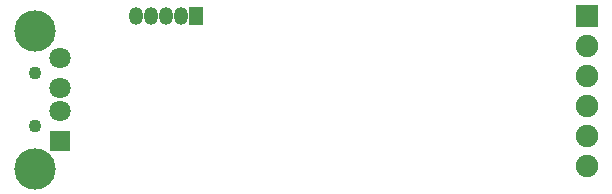
<source format=gbr>
G04 DipTrace 3.0.0.2*
G04 BottomMask.gbr*
%MOMM*%
G04 #@! TF.FileFunction,Soldermask,Bot*
G04 #@! TF.Part,Single*
%ADD48C,1.1*%
%ADD64C,3.5*%
%ADD66R,1.8X1.8*%
%ADD68C,1.8*%
%ADD70O,1.2X1.5*%
%ADD72R,1.2X1.5*%
%ADD74C,1.9*%
%ADD76R,1.9X1.9*%
%FSLAX35Y35*%
G04*
G71*
G90*
G75*
G01*
G04 BotMask*
%LPD*%
D76*
X4980000Y1600000D3*
D74*
Y1346000D3*
Y1092000D3*
Y838000D3*
Y584000D3*
Y330000D3*
D72*
X1672000Y1600000D3*
D70*
X1545000D3*
X1418000D3*
X1291000D3*
X1164000D3*
D68*
X520000Y1240000D3*
Y990000D3*
Y790000D3*
D66*
Y540000D3*
D64*
X310000Y1475000D3*
Y305000D3*
D48*
Y1115000D3*
Y665000D3*
M02*

</source>
